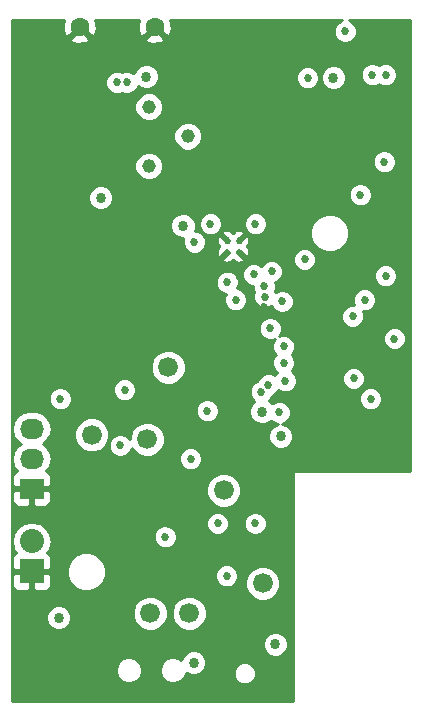
<source format=gbr>
G04 #@! TF.FileFunction,Copper,L2,Inr,Signal*
%FSLAX46Y46*%
G04 Gerber Fmt 4.6, Leading zero omitted, Abs format (unit mm)*
G04 Created by KiCad (PCBNEW 0.201601221447+6507~42~ubuntu15.10.1-product) date Fri 22 Jan 2016 05:48:07 PM EST*
%MOMM*%
G01*
G04 APERTURE LIST*
%ADD10C,0.100000*%
%ADD11R,2.032000X1.727200*%
%ADD12O,2.032000X1.727200*%
%ADD13C,1.680000*%
%ADD14C,1.150000*%
%ADD15C,0.457000*%
%ADD16R,2.032000X2.032000*%
%ADD17O,2.032000X2.032000*%
%ADD18C,1.600000*%
%ADD19C,0.863600*%
%ADD20C,0.685800*%
%ADD21C,0.254000*%
G04 APERTURE END LIST*
D10*
D11*
X126746000Y-129921000D03*
D12*
X126746000Y-127381000D03*
X126746000Y-124841000D03*
D13*
X146304000Y-137922000D03*
X131826000Y-125349000D03*
X138303000Y-119634000D03*
X136525000Y-125730000D03*
X136779000Y-140462000D03*
X140081000Y-140462000D03*
X143002000Y-130048000D03*
D14*
X139953000Y-100076000D03*
X136653000Y-102576000D03*
X136653000Y-97576000D03*
D15*
X144283400Y-109892800D03*
X143283400Y-109892800D03*
X144283400Y-108892800D03*
X143283400Y-108892800D03*
D16*
X126746000Y-136906000D03*
D17*
X126746000Y-134366000D03*
D18*
X137160000Y-90797000D03*
X130810000Y-90797000D03*
D19*
X139567000Y-107639200D03*
X136448800Y-95021400D03*
D20*
X148209000Y-120777000D03*
X139319000Y-147447000D03*
X136906000Y-147320000D03*
X146939000Y-147701000D03*
X143637000Y-147701000D03*
X147574000Y-145542000D03*
X129159000Y-111887000D03*
X130810000Y-113919000D03*
X135636000Y-112395000D03*
X129921000Y-125984000D03*
X130429000Y-128143000D03*
X136398000Y-128143000D03*
X143383000Y-119888000D03*
X131064000Y-133604000D03*
X133477000Y-135255000D03*
X146431000Y-114554000D03*
X137160000Y-123698000D03*
X140208000Y-125857000D03*
X144780000Y-126619000D03*
X135763000Y-132842000D03*
X129235200Y-142214600D03*
X142011400Y-102768400D03*
X143967200Y-102717600D03*
D19*
X153898600Y-126822200D03*
X141605000Y-147574000D03*
X128828800Y-100939600D03*
X144678400Y-141884400D03*
X132537200Y-147497800D03*
D20*
X137033000Y-104267000D03*
X141351000Y-136906000D03*
D19*
X155016200Y-91287600D03*
X132588000Y-105283000D03*
X147828000Y-125476000D03*
D20*
X129159000Y-122301000D03*
X134239000Y-126238000D03*
X141605000Y-123317000D03*
X145542000Y-111760000D03*
X140208000Y-127381000D03*
X157454600Y-117195600D03*
D19*
X140462000Y-144653000D03*
X147370800Y-143078200D03*
X152298400Y-95123000D03*
X146253200Y-123393200D03*
X129032000Y-140843000D03*
D20*
X138049000Y-133985000D03*
X145669000Y-132842000D03*
X142494000Y-132842000D03*
X143256000Y-137287000D03*
X134797800Y-95504000D03*
X146786335Y-121101162D03*
X133934200Y-95504000D03*
X146175679Y-121711818D03*
X145694400Y-107492800D03*
X150114000Y-95123000D03*
X143304518Y-112422682D03*
X153289000Y-91186000D03*
X144018000Y-113919000D03*
X155575000Y-94869000D03*
X156591000Y-102235000D03*
X156718000Y-94869000D03*
X147955000Y-114046000D03*
X154559000Y-105029000D03*
X146474272Y-113643272D03*
X140524520Y-109030673D03*
X141884400Y-107492800D03*
X146456400Y-112776000D03*
X156718000Y-111887000D03*
X134620000Y-121539000D03*
X149860000Y-110490000D03*
X147701000Y-123444000D03*
X147066000Y-111506000D03*
X155448000Y-122301000D03*
X148082000Y-119253000D03*
X154003081Y-120570919D03*
X146939000Y-116332000D03*
X153924000Y-115316000D03*
X154940000Y-113919000D03*
X148082000Y-117856000D03*
D21*
G36*
X129363035Y-90580223D02*
X129390222Y-91150454D01*
X129556136Y-91551005D01*
X129802255Y-91625139D01*
X130630395Y-90797000D01*
X130616252Y-90782858D01*
X130795858Y-90603253D01*
X130810000Y-90617395D01*
X130824143Y-90603253D01*
X131003748Y-90782858D01*
X130989605Y-90797000D01*
X131817745Y-91625139D01*
X132063864Y-91551005D01*
X132256965Y-91013777D01*
X132229778Y-90443546D01*
X132147537Y-90245000D01*
X135833527Y-90245000D01*
X135713035Y-90580223D01*
X135740222Y-91150454D01*
X135906136Y-91551005D01*
X136152255Y-91625139D01*
X136980395Y-90797000D01*
X136966252Y-90782858D01*
X137145858Y-90603253D01*
X137160000Y-90617395D01*
X137174143Y-90603253D01*
X137353748Y-90782858D01*
X137339605Y-90797000D01*
X138167745Y-91625139D01*
X138413864Y-91551005D01*
X138606965Y-91013777D01*
X138579778Y-90443546D01*
X138497537Y-90245000D01*
X153005623Y-90245000D01*
X152735788Y-90356493D01*
X152460460Y-90631341D01*
X152311270Y-90990630D01*
X152310931Y-91379663D01*
X152459493Y-91739212D01*
X152734341Y-92014540D01*
X153093630Y-92163730D01*
X153482663Y-92164069D01*
X153842212Y-92015507D01*
X154117540Y-91740659D01*
X154266730Y-91381370D01*
X154267069Y-90992337D01*
X154118507Y-90632788D01*
X153843659Y-90357460D01*
X153572826Y-90245000D01*
X158802000Y-90245000D01*
X158802000Y-128397000D01*
X148971000Y-128397000D01*
X148922399Y-128406667D01*
X148881197Y-128434197D01*
X148853667Y-128475399D01*
X148844000Y-128524000D01*
X148844000Y-147880000D01*
X125043000Y-147880000D01*
X125043000Y-145503824D01*
X133865808Y-145503824D01*
X134034439Y-145911943D01*
X134346415Y-146224463D01*
X134754239Y-146393807D01*
X135195824Y-146394192D01*
X135603943Y-146225561D01*
X135916463Y-145913585D01*
X136084950Y-145507824D01*
X137573808Y-145507824D01*
X137742439Y-145915943D01*
X138054415Y-146228463D01*
X138462239Y-146397807D01*
X138903824Y-146398192D01*
X139311943Y-146229561D01*
X139624463Y-145917585D01*
X139703120Y-145728157D01*
X143839837Y-145728157D01*
X143982642Y-146073772D01*
X144246837Y-146338429D01*
X144592202Y-146481837D01*
X144966157Y-146482163D01*
X145311772Y-146339358D01*
X145576429Y-146075163D01*
X145719837Y-145729798D01*
X145720163Y-145355843D01*
X145577358Y-145010228D01*
X145313163Y-144745571D01*
X144967798Y-144602163D01*
X144593843Y-144601837D01*
X144248228Y-144744642D01*
X143983571Y-145008837D01*
X143840163Y-145354202D01*
X143839837Y-145728157D01*
X139703120Y-145728157D01*
X139793807Y-145509761D01*
X139793821Y-145493656D01*
X139856917Y-145556862D01*
X140248869Y-145719615D01*
X140673269Y-145719985D01*
X141065504Y-145557916D01*
X141365862Y-145258083D01*
X141528615Y-144866131D01*
X141528985Y-144441731D01*
X141366916Y-144049496D01*
X141067083Y-143749138D01*
X140675131Y-143586385D01*
X140250731Y-143586015D01*
X139858496Y-143748084D01*
X139558138Y-144047917D01*
X139398432Y-144432532D01*
X139313585Y-144347537D01*
X138905761Y-144178193D01*
X138464176Y-144177808D01*
X138056057Y-144346439D01*
X137743537Y-144658415D01*
X137574193Y-145066239D01*
X137573808Y-145507824D01*
X136084950Y-145507824D01*
X136085807Y-145505761D01*
X136086192Y-145064176D01*
X135917561Y-144656057D01*
X135605585Y-144343537D01*
X135197761Y-144174193D01*
X134756176Y-144173808D01*
X134348057Y-144342439D01*
X134035537Y-144654415D01*
X133866193Y-145062239D01*
X133865808Y-145503824D01*
X125043000Y-145503824D01*
X125043000Y-143289469D01*
X146303815Y-143289469D01*
X146465884Y-143681704D01*
X146765717Y-143982062D01*
X147157669Y-144144815D01*
X147582069Y-144145185D01*
X147974304Y-143983116D01*
X148274662Y-143683283D01*
X148437415Y-143291331D01*
X148437785Y-142866931D01*
X148275716Y-142474696D01*
X147975883Y-142174338D01*
X147583931Y-142011585D01*
X147159531Y-142011215D01*
X146767296Y-142173284D01*
X146466938Y-142473117D01*
X146304185Y-142865069D01*
X146303815Y-143289469D01*
X125043000Y-143289469D01*
X125043000Y-141054269D01*
X127965015Y-141054269D01*
X128127084Y-141446504D01*
X128426917Y-141746862D01*
X128818869Y-141909615D01*
X129243269Y-141909985D01*
X129635504Y-141747916D01*
X129935862Y-141448083D01*
X130098615Y-141056131D01*
X130098878Y-140754108D01*
X135303744Y-140754108D01*
X135527827Y-141296429D01*
X135942389Y-141711715D01*
X136484317Y-141936743D01*
X137071108Y-141937256D01*
X137613429Y-141713173D01*
X138028715Y-141298611D01*
X138253743Y-140756683D01*
X138253745Y-140754108D01*
X138605744Y-140754108D01*
X138829827Y-141296429D01*
X139244389Y-141711715D01*
X139786317Y-141936743D01*
X140373108Y-141937256D01*
X140915429Y-141713173D01*
X141330715Y-141298611D01*
X141555743Y-140756683D01*
X141556256Y-140169892D01*
X141332173Y-139627571D01*
X140917611Y-139212285D01*
X140375683Y-138987257D01*
X139788892Y-138986744D01*
X139246571Y-139210827D01*
X138831285Y-139625389D01*
X138606257Y-140167317D01*
X138605744Y-140754108D01*
X138253745Y-140754108D01*
X138254256Y-140169892D01*
X138030173Y-139627571D01*
X137615611Y-139212285D01*
X137073683Y-138987257D01*
X136486892Y-138986744D01*
X135944571Y-139210827D01*
X135529285Y-139625389D01*
X135304257Y-140167317D01*
X135303744Y-140754108D01*
X130098878Y-140754108D01*
X130098985Y-140631731D01*
X129936916Y-140239496D01*
X129637083Y-139939138D01*
X129245131Y-139776385D01*
X128820731Y-139776015D01*
X128428496Y-139938084D01*
X128128138Y-140237917D01*
X127965385Y-140629869D01*
X127965015Y-141054269D01*
X125043000Y-141054269D01*
X125043000Y-137191750D01*
X125095000Y-137191750D01*
X125095000Y-138048310D01*
X125191673Y-138281699D01*
X125370302Y-138460327D01*
X125603691Y-138557000D01*
X126460250Y-138557000D01*
X126619000Y-138398250D01*
X126619000Y-137033000D01*
X126873000Y-137033000D01*
X126873000Y-138398250D01*
X127031750Y-138557000D01*
X127888309Y-138557000D01*
X128121698Y-138460327D01*
X128300327Y-138281699D01*
X128397000Y-138048310D01*
X128397000Y-137266795D01*
X129740716Y-137266795D01*
X129989106Y-137867943D01*
X130448637Y-138328278D01*
X131049352Y-138577716D01*
X131699795Y-138578284D01*
X132300943Y-138329894D01*
X132761278Y-137870363D01*
X132923095Y-137480663D01*
X142277931Y-137480663D01*
X142426493Y-137840212D01*
X142701341Y-138115540D01*
X143060630Y-138264730D01*
X143449663Y-138265069D01*
X143572998Y-138214108D01*
X144828744Y-138214108D01*
X145052827Y-138756429D01*
X145467389Y-139171715D01*
X146009317Y-139396743D01*
X146596108Y-139397256D01*
X147138429Y-139173173D01*
X147553715Y-138758611D01*
X147778743Y-138216683D01*
X147779256Y-137629892D01*
X147555173Y-137087571D01*
X147140611Y-136672285D01*
X146598683Y-136447257D01*
X146011892Y-136446744D01*
X145469571Y-136670827D01*
X145054285Y-137085389D01*
X144829257Y-137627317D01*
X144828744Y-138214108D01*
X143572998Y-138214108D01*
X143809212Y-138116507D01*
X144084540Y-137841659D01*
X144233730Y-137482370D01*
X144234069Y-137093337D01*
X144085507Y-136733788D01*
X143810659Y-136458460D01*
X143451370Y-136309270D01*
X143062337Y-136308931D01*
X142702788Y-136457493D01*
X142427460Y-136732341D01*
X142278270Y-137091630D01*
X142277931Y-137480663D01*
X132923095Y-137480663D01*
X133010716Y-137269648D01*
X133011284Y-136619205D01*
X132762894Y-136018057D01*
X132303363Y-135557722D01*
X131702648Y-135308284D01*
X131052205Y-135307716D01*
X130451057Y-135556106D01*
X129990722Y-136015637D01*
X129741284Y-136616352D01*
X129740716Y-137266795D01*
X128397000Y-137266795D01*
X128397000Y-137191750D01*
X128238250Y-137033000D01*
X126873000Y-137033000D01*
X126619000Y-137033000D01*
X125253750Y-137033000D01*
X125095000Y-137191750D01*
X125043000Y-137191750D01*
X125043000Y-134366000D01*
X125062655Y-134366000D01*
X125188330Y-134997810D01*
X125412966Y-135334001D01*
X125370302Y-135351673D01*
X125191673Y-135530301D01*
X125095000Y-135763690D01*
X125095000Y-136620250D01*
X125253750Y-136779000D01*
X126619000Y-136779000D01*
X126619000Y-136759000D01*
X126873000Y-136759000D01*
X126873000Y-136779000D01*
X128238250Y-136779000D01*
X128397000Y-136620250D01*
X128397000Y-135763690D01*
X128300327Y-135530301D01*
X128121698Y-135351673D01*
X128079034Y-135334001D01*
X128303670Y-134997810D01*
X128429345Y-134366000D01*
X128392082Y-134178663D01*
X137070931Y-134178663D01*
X137219493Y-134538212D01*
X137494341Y-134813540D01*
X137853630Y-134962730D01*
X138242663Y-134963069D01*
X138602212Y-134814507D01*
X138877540Y-134539659D01*
X139026730Y-134180370D01*
X139027069Y-133791337D01*
X138878507Y-133431788D01*
X138603659Y-133156460D01*
X138312748Y-133035663D01*
X141515931Y-133035663D01*
X141664493Y-133395212D01*
X141939341Y-133670540D01*
X142298630Y-133819730D01*
X142687663Y-133820069D01*
X143047212Y-133671507D01*
X143322540Y-133396659D01*
X143471730Y-133037370D01*
X143471731Y-133035663D01*
X144690931Y-133035663D01*
X144839493Y-133395212D01*
X145114341Y-133670540D01*
X145473630Y-133819730D01*
X145862663Y-133820069D01*
X146222212Y-133671507D01*
X146497540Y-133396659D01*
X146646730Y-133037370D01*
X146647069Y-132648337D01*
X146498507Y-132288788D01*
X146223659Y-132013460D01*
X145864370Y-131864270D01*
X145475337Y-131863931D01*
X145115788Y-132012493D01*
X144840460Y-132287341D01*
X144691270Y-132646630D01*
X144690931Y-133035663D01*
X143471731Y-133035663D01*
X143472069Y-132648337D01*
X143323507Y-132288788D01*
X143048659Y-132013460D01*
X142689370Y-131864270D01*
X142300337Y-131863931D01*
X141940788Y-132012493D01*
X141665460Y-132287341D01*
X141516270Y-132646630D01*
X141515931Y-133035663D01*
X138312748Y-133035663D01*
X138244370Y-133007270D01*
X137855337Y-133006931D01*
X137495788Y-133155493D01*
X137220460Y-133430341D01*
X137071270Y-133789630D01*
X137070931Y-134178663D01*
X128392082Y-134178663D01*
X128303670Y-133734190D01*
X127945778Y-133198567D01*
X127410155Y-132840675D01*
X126778345Y-132715000D01*
X126713655Y-132715000D01*
X126081845Y-132840675D01*
X125546222Y-133198567D01*
X125188330Y-133734190D01*
X125062655Y-134366000D01*
X125043000Y-134366000D01*
X125043000Y-130206750D01*
X125095000Y-130206750D01*
X125095000Y-130910910D01*
X125191673Y-131144299D01*
X125370302Y-131322927D01*
X125603691Y-131419600D01*
X126460250Y-131419600D01*
X126619000Y-131260850D01*
X126619000Y-130048000D01*
X126873000Y-130048000D01*
X126873000Y-131260850D01*
X127031750Y-131419600D01*
X127888309Y-131419600D01*
X128121698Y-131322927D01*
X128300327Y-131144299D01*
X128397000Y-130910910D01*
X128397000Y-130340108D01*
X141526744Y-130340108D01*
X141750827Y-130882429D01*
X142165389Y-131297715D01*
X142707317Y-131522743D01*
X143294108Y-131523256D01*
X143836429Y-131299173D01*
X144251715Y-130884611D01*
X144476743Y-130342683D01*
X144477256Y-129755892D01*
X144253173Y-129213571D01*
X143838611Y-128798285D01*
X143296683Y-128573257D01*
X142709892Y-128572744D01*
X142167571Y-128796827D01*
X141752285Y-129211389D01*
X141527257Y-129753317D01*
X141526744Y-130340108D01*
X128397000Y-130340108D01*
X128397000Y-130206750D01*
X128238250Y-130048000D01*
X126873000Y-130048000D01*
X126619000Y-130048000D01*
X125253750Y-130048000D01*
X125095000Y-130206750D01*
X125043000Y-130206750D01*
X125043000Y-124841000D01*
X125062655Y-124841000D01*
X125176729Y-125414489D01*
X125501585Y-125900670D01*
X125816366Y-126111000D01*
X125501585Y-126321330D01*
X125176729Y-126807511D01*
X125062655Y-127381000D01*
X125176729Y-127954489D01*
X125501585Y-128440670D01*
X125523780Y-128455500D01*
X125370302Y-128519073D01*
X125191673Y-128697701D01*
X125095000Y-128931090D01*
X125095000Y-129635250D01*
X125253750Y-129794000D01*
X126619000Y-129794000D01*
X126619000Y-129774000D01*
X126873000Y-129774000D01*
X126873000Y-129794000D01*
X128238250Y-129794000D01*
X128397000Y-129635250D01*
X128397000Y-128931090D01*
X128300327Y-128697701D01*
X128121698Y-128519073D01*
X127968220Y-128455500D01*
X127990415Y-128440670D01*
X128315271Y-127954489D01*
X128390823Y-127574663D01*
X139229931Y-127574663D01*
X139378493Y-127934212D01*
X139653341Y-128209540D01*
X140012630Y-128358730D01*
X140401663Y-128359069D01*
X140761212Y-128210507D01*
X141036540Y-127935659D01*
X141185730Y-127576370D01*
X141186069Y-127187337D01*
X141037507Y-126827788D01*
X140762659Y-126552460D01*
X140403370Y-126403270D01*
X140014337Y-126402931D01*
X139654788Y-126551493D01*
X139379460Y-126826341D01*
X139230270Y-127185630D01*
X139229931Y-127574663D01*
X128390823Y-127574663D01*
X128429345Y-127381000D01*
X128315271Y-126807511D01*
X127990415Y-126321330D01*
X127675634Y-126111000D01*
X127990415Y-125900670D01*
X128163848Y-125641108D01*
X130350744Y-125641108D01*
X130574827Y-126183429D01*
X130989389Y-126598715D01*
X131531317Y-126823743D01*
X132118108Y-126824256D01*
X132660429Y-126600173D01*
X132829233Y-126431663D01*
X133260931Y-126431663D01*
X133409493Y-126791212D01*
X133684341Y-127066540D01*
X134043630Y-127215730D01*
X134432663Y-127216069D01*
X134792212Y-127067507D01*
X135067540Y-126792659D01*
X135216730Y-126433370D01*
X135216736Y-126426259D01*
X135273827Y-126564429D01*
X135688389Y-126979715D01*
X136230317Y-127204743D01*
X136817108Y-127205256D01*
X137359429Y-126981173D01*
X137774715Y-126566611D01*
X137999743Y-126024683D01*
X138000256Y-125437892D01*
X137776173Y-124895571D01*
X137361611Y-124480285D01*
X136819683Y-124255257D01*
X136232892Y-124254744D01*
X135690571Y-124478827D01*
X135275285Y-124893389D01*
X135050257Y-125435317D01*
X135050055Y-125666304D01*
X134793659Y-125409460D01*
X134434370Y-125260270D01*
X134045337Y-125259931D01*
X133685788Y-125408493D01*
X133410460Y-125683341D01*
X133261270Y-126042630D01*
X133260931Y-126431663D01*
X132829233Y-126431663D01*
X133075715Y-126185611D01*
X133300743Y-125643683D01*
X133301256Y-125056892D01*
X133077173Y-124514571D01*
X132662611Y-124099285D01*
X132120683Y-123874257D01*
X131533892Y-123873744D01*
X130991571Y-124097827D01*
X130576285Y-124512389D01*
X130351257Y-125054317D01*
X130350744Y-125641108D01*
X128163848Y-125641108D01*
X128315271Y-125414489D01*
X128429345Y-124841000D01*
X128315271Y-124267511D01*
X127990415Y-123781330D01*
X127585334Y-123510663D01*
X140626931Y-123510663D01*
X140775493Y-123870212D01*
X141050341Y-124145540D01*
X141409630Y-124294730D01*
X141798663Y-124295069D01*
X142158212Y-124146507D01*
X142433540Y-123871659D01*
X142544487Y-123604469D01*
X145186215Y-123604469D01*
X145348284Y-123996704D01*
X145648117Y-124297062D01*
X146040069Y-124459815D01*
X146464469Y-124460185D01*
X146856704Y-124298116D01*
X147014564Y-124140532D01*
X147146341Y-124272540D01*
X147505630Y-124421730D01*
X147585789Y-124421800D01*
X147224496Y-124571084D01*
X146924138Y-124870917D01*
X146761385Y-125262869D01*
X146761015Y-125687269D01*
X146923084Y-126079504D01*
X147222917Y-126379862D01*
X147614869Y-126542615D01*
X148039269Y-126542985D01*
X148431504Y-126380916D01*
X148731862Y-126081083D01*
X148894615Y-125689131D01*
X148894985Y-125264731D01*
X148732916Y-124872496D01*
X148433083Y-124572138D01*
X148041131Y-124409385D01*
X147925605Y-124409284D01*
X148254212Y-124273507D01*
X148529540Y-123998659D01*
X148678730Y-123639370D01*
X148679069Y-123250337D01*
X148530507Y-122890788D01*
X148255659Y-122615460D01*
X147964748Y-122494663D01*
X154469931Y-122494663D01*
X154618493Y-122854212D01*
X154893341Y-123129540D01*
X155252630Y-123278730D01*
X155641663Y-123279069D01*
X156001212Y-123130507D01*
X156276540Y-122855659D01*
X156425730Y-122496370D01*
X156426069Y-122107337D01*
X156277507Y-121747788D01*
X156002659Y-121472460D01*
X155643370Y-121323270D01*
X155254337Y-121322931D01*
X154894788Y-121471493D01*
X154619460Y-121746341D01*
X154470270Y-122105630D01*
X154469931Y-122494663D01*
X147964748Y-122494663D01*
X147896370Y-122466270D01*
X147507337Y-122465931D01*
X147147788Y-122614493D01*
X147065360Y-122696777D01*
X146858283Y-122489338D01*
X146803681Y-122466665D01*
X147004219Y-122266477D01*
X147103089Y-122028371D01*
X147339547Y-121930669D01*
X147614875Y-121655821D01*
X147641214Y-121592390D01*
X147654341Y-121605540D01*
X148013630Y-121754730D01*
X148402663Y-121755069D01*
X148762212Y-121606507D01*
X149037540Y-121331659D01*
X149186730Y-120972370D01*
X149186911Y-120764582D01*
X153025012Y-120764582D01*
X153173574Y-121124131D01*
X153448422Y-121399459D01*
X153807711Y-121548649D01*
X154196744Y-121548988D01*
X154556293Y-121400426D01*
X154831621Y-121125578D01*
X154980811Y-120766289D01*
X154981150Y-120377256D01*
X154832588Y-120017707D01*
X154557740Y-119742379D01*
X154198451Y-119593189D01*
X153809418Y-119592850D01*
X153449869Y-119741412D01*
X153174541Y-120016260D01*
X153025351Y-120375549D01*
X153025012Y-120764582D01*
X149186911Y-120764582D01*
X149187069Y-120583337D01*
X149038507Y-120223788D01*
X148766571Y-119951377D01*
X148910540Y-119807659D01*
X149059730Y-119448370D01*
X149060069Y-119059337D01*
X148911507Y-118699788D01*
X148766460Y-118554488D01*
X148910540Y-118410659D01*
X149059730Y-118051370D01*
X149060069Y-117662337D01*
X148947238Y-117389263D01*
X156476531Y-117389263D01*
X156625093Y-117748812D01*
X156899941Y-118024140D01*
X157259230Y-118173330D01*
X157648263Y-118173669D01*
X158007812Y-118025107D01*
X158283140Y-117750259D01*
X158432330Y-117390970D01*
X158432669Y-117001937D01*
X158284107Y-116642388D01*
X158009259Y-116367060D01*
X157649970Y-116217870D01*
X157260937Y-116217531D01*
X156901388Y-116366093D01*
X156626060Y-116640941D01*
X156476870Y-117000230D01*
X156476531Y-117389263D01*
X148947238Y-117389263D01*
X148911507Y-117302788D01*
X148636659Y-117027460D01*
X148277370Y-116878270D01*
X147888337Y-116877931D01*
X147697148Y-116956928D01*
X147767540Y-116886659D01*
X147916730Y-116527370D01*
X147917069Y-116138337D01*
X147768507Y-115778788D01*
X147499852Y-115509663D01*
X152945931Y-115509663D01*
X153094493Y-115869212D01*
X153369341Y-116144540D01*
X153728630Y-116293730D01*
X154117663Y-116294069D01*
X154477212Y-116145507D01*
X154752540Y-115870659D01*
X154901730Y-115511370D01*
X154902069Y-115122337D01*
X154808874Y-114896786D01*
X155133663Y-114897069D01*
X155493212Y-114748507D01*
X155768540Y-114473659D01*
X155917730Y-114114370D01*
X155918069Y-113725337D01*
X155769507Y-113365788D01*
X155494659Y-113090460D01*
X155135370Y-112941270D01*
X154746337Y-112940931D01*
X154386788Y-113089493D01*
X154111460Y-113364341D01*
X153962270Y-113723630D01*
X153961931Y-114112663D01*
X154055126Y-114338214D01*
X153730337Y-114337931D01*
X153370788Y-114486493D01*
X153095460Y-114761341D01*
X152946270Y-115120630D01*
X152945931Y-115509663D01*
X147499852Y-115509663D01*
X147493659Y-115503460D01*
X147134370Y-115354270D01*
X146745337Y-115353931D01*
X146385788Y-115502493D01*
X146110460Y-115777341D01*
X145961270Y-116136630D01*
X145960931Y-116525663D01*
X146109493Y-116885212D01*
X146384341Y-117160540D01*
X146743630Y-117309730D01*
X147132663Y-117310069D01*
X147323852Y-117231072D01*
X147253460Y-117301341D01*
X147104270Y-117660630D01*
X147103931Y-118049663D01*
X147252493Y-118409212D01*
X147397540Y-118554512D01*
X147253460Y-118698341D01*
X147104270Y-119057630D01*
X147103931Y-119446663D01*
X147252493Y-119806212D01*
X147524429Y-120078623D01*
X147380460Y-120222341D01*
X147354121Y-120285772D01*
X147340994Y-120272622D01*
X146981705Y-120123432D01*
X146592672Y-120123093D01*
X146233123Y-120271655D01*
X145957795Y-120546503D01*
X145858925Y-120784609D01*
X145622467Y-120882311D01*
X145347139Y-121157159D01*
X145197949Y-121516448D01*
X145197610Y-121905481D01*
X145346172Y-122265030D01*
X145609296Y-122528613D01*
X145349338Y-122788117D01*
X145186585Y-123180069D01*
X145186215Y-123604469D01*
X142544487Y-123604469D01*
X142582730Y-123512370D01*
X142583069Y-123123337D01*
X142434507Y-122763788D01*
X142159659Y-122488460D01*
X141800370Y-122339270D01*
X141411337Y-122338931D01*
X141051788Y-122487493D01*
X140776460Y-122762341D01*
X140627270Y-123121630D01*
X140626931Y-123510663D01*
X127585334Y-123510663D01*
X127504234Y-123456474D01*
X126930745Y-123342400D01*
X126561255Y-123342400D01*
X125987766Y-123456474D01*
X125501585Y-123781330D01*
X125176729Y-124267511D01*
X125062655Y-124841000D01*
X125043000Y-124841000D01*
X125043000Y-122494663D01*
X128180931Y-122494663D01*
X128329493Y-122854212D01*
X128604341Y-123129540D01*
X128963630Y-123278730D01*
X129352663Y-123279069D01*
X129712212Y-123130507D01*
X129987540Y-122855659D01*
X130136730Y-122496370D01*
X130137069Y-122107337D01*
X129988507Y-121747788D01*
X129973409Y-121732663D01*
X133641931Y-121732663D01*
X133790493Y-122092212D01*
X134065341Y-122367540D01*
X134424630Y-122516730D01*
X134813663Y-122517069D01*
X135173212Y-122368507D01*
X135448540Y-122093659D01*
X135597730Y-121734370D01*
X135598069Y-121345337D01*
X135449507Y-120985788D01*
X135174659Y-120710460D01*
X134815370Y-120561270D01*
X134426337Y-120560931D01*
X134066788Y-120709493D01*
X133791460Y-120984341D01*
X133642270Y-121343630D01*
X133641931Y-121732663D01*
X129973409Y-121732663D01*
X129713659Y-121472460D01*
X129354370Y-121323270D01*
X128965337Y-121322931D01*
X128605788Y-121471493D01*
X128330460Y-121746341D01*
X128181270Y-122105630D01*
X128180931Y-122494663D01*
X125043000Y-122494663D01*
X125043000Y-119926108D01*
X136827744Y-119926108D01*
X137051827Y-120468429D01*
X137466389Y-120883715D01*
X138008317Y-121108743D01*
X138595108Y-121109256D01*
X139137429Y-120885173D01*
X139552715Y-120470611D01*
X139777743Y-119928683D01*
X139778256Y-119341892D01*
X139554173Y-118799571D01*
X139139611Y-118384285D01*
X138597683Y-118159257D01*
X138010892Y-118158744D01*
X137468571Y-118382827D01*
X137053285Y-118797389D01*
X136828257Y-119339317D01*
X136827744Y-119926108D01*
X125043000Y-119926108D01*
X125043000Y-112616345D01*
X142326449Y-112616345D01*
X142475011Y-112975894D01*
X142749859Y-113251222D01*
X143109148Y-113400412D01*
X143174458Y-113400469D01*
X143040270Y-113723630D01*
X143039931Y-114112663D01*
X143188493Y-114472212D01*
X143463341Y-114747540D01*
X143822630Y-114896730D01*
X144211663Y-114897069D01*
X144571212Y-114748507D01*
X144846540Y-114473659D01*
X144995730Y-114114370D01*
X144996069Y-113725337D01*
X144847507Y-113365788D01*
X144572659Y-113090460D01*
X144213370Y-112941270D01*
X144148060Y-112941213D01*
X144282248Y-112618052D01*
X144282587Y-112229019D01*
X144168813Y-111953663D01*
X144563931Y-111953663D01*
X144712493Y-112313212D01*
X144987341Y-112588540D01*
X145346630Y-112737730D01*
X145478533Y-112737845D01*
X145478331Y-112969663D01*
X145586460Y-113231356D01*
X145496542Y-113447902D01*
X145496203Y-113836935D01*
X145644765Y-114196484D01*
X145919613Y-114471812D01*
X146278902Y-114621002D01*
X146667935Y-114621341D01*
X147027484Y-114472779D01*
X147059887Y-114440433D01*
X147125493Y-114599212D01*
X147400341Y-114874540D01*
X147759630Y-115023730D01*
X148148663Y-115024069D01*
X148508212Y-114875507D01*
X148783540Y-114600659D01*
X148932730Y-114241370D01*
X148933069Y-113852337D01*
X148784507Y-113492788D01*
X148509659Y-113217460D01*
X148150370Y-113068270D01*
X147761337Y-113067931D01*
X147401788Y-113216493D01*
X147369385Y-113248839D01*
X147344212Y-113187916D01*
X147434130Y-112971370D01*
X147434469Y-112582337D01*
X147374295Y-112436704D01*
X147619212Y-112335507D01*
X147874501Y-112080663D01*
X155739931Y-112080663D01*
X155888493Y-112440212D01*
X156163341Y-112715540D01*
X156522630Y-112864730D01*
X156911663Y-112865069D01*
X157271212Y-112716507D01*
X157546540Y-112441659D01*
X157695730Y-112082370D01*
X157696069Y-111693337D01*
X157547507Y-111333788D01*
X157272659Y-111058460D01*
X156913370Y-110909270D01*
X156524337Y-110908931D01*
X156164788Y-111057493D01*
X155889460Y-111332341D01*
X155740270Y-111691630D01*
X155739931Y-112080663D01*
X147874501Y-112080663D01*
X147894540Y-112060659D01*
X148043730Y-111701370D01*
X148044069Y-111312337D01*
X147895507Y-110952788D01*
X147626852Y-110683663D01*
X148881931Y-110683663D01*
X149030493Y-111043212D01*
X149305341Y-111318540D01*
X149664630Y-111467730D01*
X150053663Y-111468069D01*
X150413212Y-111319507D01*
X150688540Y-111044659D01*
X150837730Y-110685370D01*
X150838069Y-110296337D01*
X150689507Y-109936788D01*
X150414659Y-109661460D01*
X150055370Y-109512270D01*
X149666337Y-109511931D01*
X149306788Y-109660493D01*
X149031460Y-109935341D01*
X148882270Y-110294630D01*
X148881931Y-110683663D01*
X147626852Y-110683663D01*
X147620659Y-110677460D01*
X147261370Y-110528270D01*
X146872337Y-110527931D01*
X146512788Y-110676493D01*
X146237460Y-110951341D01*
X146201928Y-111036912D01*
X146096659Y-110931460D01*
X145737370Y-110782270D01*
X145348337Y-110781931D01*
X144988788Y-110930493D01*
X144713460Y-111205341D01*
X144564270Y-111564630D01*
X144563931Y-111953663D01*
X144168813Y-111953663D01*
X144134025Y-111869470D01*
X143859177Y-111594142D01*
X143499888Y-111444952D01*
X143110855Y-111444613D01*
X142751306Y-111593175D01*
X142475978Y-111868023D01*
X142326788Y-112227312D01*
X142326449Y-112616345D01*
X125043000Y-112616345D01*
X125043000Y-107850469D01*
X138500015Y-107850469D01*
X138662084Y-108242704D01*
X138961917Y-108543062D01*
X139353869Y-108705815D01*
X139600469Y-108706030D01*
X139546790Y-108835303D01*
X139546451Y-109224336D01*
X139695013Y-109583885D01*
X139969861Y-109859213D01*
X140329150Y-110008403D01*
X140718183Y-110008742D01*
X141077732Y-109860180D01*
X141353060Y-109585332D01*
X141502250Y-109226043D01*
X141502589Y-108837010D01*
X141487339Y-108800101D01*
X142407876Y-108800101D01*
X142439047Y-109142206D01*
X142509996Y-109313491D01*
X142619744Y-109314876D01*
X142572806Y-109361814D01*
X142603792Y-109392800D01*
X142572806Y-109423786D01*
X142619744Y-109470724D01*
X142509996Y-109472109D01*
X142407876Y-109800101D01*
X142439047Y-110142206D01*
X142509996Y-110313491D01*
X142698753Y-110315873D01*
X143121826Y-109892800D01*
X143098668Y-109869642D01*
X143200917Y-109767393D01*
X143352107Y-109753617D01*
X143408807Y-109810317D01*
X143422583Y-109961507D01*
X143306558Y-110077532D01*
X143283400Y-110054374D01*
X142860327Y-110477447D01*
X142862709Y-110666204D01*
X143190701Y-110768324D01*
X143532806Y-110737153D01*
X143704091Y-110666204D01*
X143705476Y-110556456D01*
X143752414Y-110603394D01*
X143783400Y-110572408D01*
X143814386Y-110603394D01*
X143861324Y-110556456D01*
X143862709Y-110666204D01*
X144190701Y-110768324D01*
X144532806Y-110737153D01*
X144704091Y-110666204D01*
X144706473Y-110477447D01*
X144283400Y-110054374D01*
X144260242Y-110077532D01*
X144157993Y-109975283D01*
X144144217Y-109824093D01*
X144200917Y-109767393D01*
X144352107Y-109753617D01*
X144468132Y-109869642D01*
X144444974Y-109892800D01*
X144868047Y-110315873D01*
X145056804Y-110313491D01*
X145158924Y-109985499D01*
X145127753Y-109643394D01*
X145056804Y-109472109D01*
X144947056Y-109470724D01*
X144993994Y-109423786D01*
X144963008Y-109392800D01*
X144993994Y-109361814D01*
X144947056Y-109314876D01*
X145056804Y-109313491D01*
X145158924Y-108985499D01*
X145127753Y-108643394D01*
X145100167Y-108576795D01*
X150340716Y-108576795D01*
X150589106Y-109177943D01*
X151048637Y-109638278D01*
X151649352Y-109887716D01*
X152299795Y-109888284D01*
X152900943Y-109639894D01*
X153361278Y-109180363D01*
X153610716Y-108579648D01*
X153611284Y-107929205D01*
X153362894Y-107328057D01*
X152903363Y-106867722D01*
X152302648Y-106618284D01*
X151652205Y-106617716D01*
X151051057Y-106866106D01*
X150590722Y-107325637D01*
X150341284Y-107926352D01*
X150340716Y-108576795D01*
X145100167Y-108576795D01*
X145056804Y-108472109D01*
X144868047Y-108469727D01*
X144444974Y-108892800D01*
X144468132Y-108915958D01*
X144365883Y-109018207D01*
X144214693Y-109031983D01*
X144157993Y-108975283D01*
X144144217Y-108824093D01*
X144260242Y-108708068D01*
X144283400Y-108731226D01*
X144706473Y-108308153D01*
X144704091Y-108119396D01*
X144376099Y-108017276D01*
X144033994Y-108048447D01*
X143862709Y-108119396D01*
X143861324Y-108229144D01*
X143814386Y-108182206D01*
X143783400Y-108213192D01*
X143752414Y-108182206D01*
X143705476Y-108229144D01*
X143704091Y-108119396D01*
X143376099Y-108017276D01*
X143033994Y-108048447D01*
X142862709Y-108119396D01*
X142860327Y-108308153D01*
X143283400Y-108731226D01*
X143306558Y-108708068D01*
X143408807Y-108810317D01*
X143422583Y-108961507D01*
X143365883Y-109018207D01*
X143214693Y-109031983D01*
X143098668Y-108915958D01*
X143121826Y-108892800D01*
X142698753Y-108469727D01*
X142509996Y-108472109D01*
X142407876Y-108800101D01*
X141487339Y-108800101D01*
X141354027Y-108477461D01*
X141079179Y-108202133D01*
X140719890Y-108052943D01*
X140550375Y-108052795D01*
X140633615Y-107852331D01*
X140633759Y-107686463D01*
X140906331Y-107686463D01*
X141054893Y-108046012D01*
X141329741Y-108321340D01*
X141689030Y-108470530D01*
X142078063Y-108470869D01*
X142437612Y-108322307D01*
X142712940Y-108047459D01*
X142862130Y-107688170D01*
X142862131Y-107686463D01*
X144716331Y-107686463D01*
X144864893Y-108046012D01*
X145139741Y-108321340D01*
X145499030Y-108470530D01*
X145888063Y-108470869D01*
X146247612Y-108322307D01*
X146522940Y-108047459D01*
X146672130Y-107688170D01*
X146672469Y-107299137D01*
X146523907Y-106939588D01*
X146249059Y-106664260D01*
X145889770Y-106515070D01*
X145500737Y-106514731D01*
X145141188Y-106663293D01*
X144865860Y-106938141D01*
X144716670Y-107297430D01*
X144716331Y-107686463D01*
X142862131Y-107686463D01*
X142862469Y-107299137D01*
X142713907Y-106939588D01*
X142439059Y-106664260D01*
X142079770Y-106515070D01*
X141690737Y-106514731D01*
X141331188Y-106663293D01*
X141055860Y-106938141D01*
X140906670Y-107297430D01*
X140906331Y-107686463D01*
X140633759Y-107686463D01*
X140633985Y-107427931D01*
X140471916Y-107035696D01*
X140172083Y-106735338D01*
X139780131Y-106572585D01*
X139355731Y-106572215D01*
X138963496Y-106734284D01*
X138663138Y-107034117D01*
X138500385Y-107426069D01*
X138500015Y-107850469D01*
X125043000Y-107850469D01*
X125043000Y-105494269D01*
X131521015Y-105494269D01*
X131683084Y-105886504D01*
X131982917Y-106186862D01*
X132374869Y-106349615D01*
X132799269Y-106349985D01*
X133191504Y-106187916D01*
X133491862Y-105888083D01*
X133654615Y-105496131D01*
X133654853Y-105222663D01*
X153580931Y-105222663D01*
X153729493Y-105582212D01*
X154004341Y-105857540D01*
X154363630Y-106006730D01*
X154752663Y-106007069D01*
X155112212Y-105858507D01*
X155387540Y-105583659D01*
X155536730Y-105224370D01*
X155537069Y-104835337D01*
X155388507Y-104475788D01*
X155113659Y-104200460D01*
X154754370Y-104051270D01*
X154365337Y-104050931D01*
X154005788Y-104199493D01*
X153730460Y-104474341D01*
X153581270Y-104833630D01*
X153580931Y-105222663D01*
X133654853Y-105222663D01*
X133654985Y-105071731D01*
X133492916Y-104679496D01*
X133193083Y-104379138D01*
X132801131Y-104216385D01*
X132376731Y-104216015D01*
X131984496Y-104378084D01*
X131684138Y-104677917D01*
X131521385Y-105069869D01*
X131521015Y-105494269D01*
X125043000Y-105494269D01*
X125043000Y-102815628D01*
X135442791Y-102815628D01*
X135626614Y-103260514D01*
X135966695Y-103601190D01*
X136411260Y-103785789D01*
X136892628Y-103786209D01*
X137337514Y-103602386D01*
X137678190Y-103262305D01*
X137862789Y-102817740D01*
X137863128Y-102428663D01*
X155612931Y-102428663D01*
X155761493Y-102788212D01*
X156036341Y-103063540D01*
X156395630Y-103212730D01*
X156784663Y-103213069D01*
X157144212Y-103064507D01*
X157419540Y-102789659D01*
X157568730Y-102430370D01*
X157569069Y-102041337D01*
X157420507Y-101681788D01*
X157145659Y-101406460D01*
X156786370Y-101257270D01*
X156397337Y-101256931D01*
X156037788Y-101405493D01*
X155762460Y-101680341D01*
X155613270Y-102039630D01*
X155612931Y-102428663D01*
X137863128Y-102428663D01*
X137863209Y-102336372D01*
X137679386Y-101891486D01*
X137339305Y-101550810D01*
X136894740Y-101366211D01*
X136413372Y-101365791D01*
X135968486Y-101549614D01*
X135627810Y-101889695D01*
X135443211Y-102334260D01*
X135442791Y-102815628D01*
X125043000Y-102815628D01*
X125043000Y-100315628D01*
X138742791Y-100315628D01*
X138926614Y-100760514D01*
X139266695Y-101101190D01*
X139711260Y-101285789D01*
X140192628Y-101286209D01*
X140637514Y-101102386D01*
X140978190Y-100762305D01*
X141162789Y-100317740D01*
X141163209Y-99836372D01*
X140979386Y-99391486D01*
X140639305Y-99050810D01*
X140194740Y-98866211D01*
X139713372Y-98865791D01*
X139268486Y-99049614D01*
X138927810Y-99389695D01*
X138743211Y-99834260D01*
X138742791Y-100315628D01*
X125043000Y-100315628D01*
X125043000Y-97815628D01*
X135442791Y-97815628D01*
X135626614Y-98260514D01*
X135966695Y-98601190D01*
X136411260Y-98785789D01*
X136892628Y-98786209D01*
X137337514Y-98602386D01*
X137678190Y-98262305D01*
X137862789Y-97817740D01*
X137863209Y-97336372D01*
X137679386Y-96891486D01*
X137339305Y-96550810D01*
X136894740Y-96366211D01*
X136413372Y-96365791D01*
X135968486Y-96549614D01*
X135627810Y-96889695D01*
X135443211Y-97334260D01*
X135442791Y-97815628D01*
X125043000Y-97815628D01*
X125043000Y-95697663D01*
X132956131Y-95697663D01*
X133104693Y-96057212D01*
X133379541Y-96332540D01*
X133738830Y-96481730D01*
X134127863Y-96482069D01*
X134366142Y-96383615D01*
X134602430Y-96481730D01*
X134991463Y-96482069D01*
X135351012Y-96333507D01*
X135626340Y-96058659D01*
X135729317Y-95810662D01*
X135843717Y-95925262D01*
X136235669Y-96088015D01*
X136660069Y-96088385D01*
X137052304Y-95926316D01*
X137352662Y-95626483D01*
X137481310Y-95316663D01*
X149135931Y-95316663D01*
X149284493Y-95676212D01*
X149559341Y-95951540D01*
X149918630Y-96100730D01*
X150307663Y-96101069D01*
X150667212Y-95952507D01*
X150942540Y-95677659D01*
X151085128Y-95334269D01*
X151231415Y-95334269D01*
X151393484Y-95726504D01*
X151693317Y-96026862D01*
X152085269Y-96189615D01*
X152509669Y-96189985D01*
X152901904Y-96027916D01*
X153202262Y-95728083D01*
X153365015Y-95336131D01*
X153365253Y-95062663D01*
X154596931Y-95062663D01*
X154745493Y-95422212D01*
X155020341Y-95697540D01*
X155379630Y-95846730D01*
X155768663Y-95847069D01*
X156128212Y-95698507D01*
X156146291Y-95680460D01*
X156163341Y-95697540D01*
X156522630Y-95846730D01*
X156911663Y-95847069D01*
X157271212Y-95698507D01*
X157546540Y-95423659D01*
X157695730Y-95064370D01*
X157696069Y-94675337D01*
X157547507Y-94315788D01*
X157272659Y-94040460D01*
X156913370Y-93891270D01*
X156524337Y-93890931D01*
X156164788Y-94039493D01*
X156146709Y-94057540D01*
X156129659Y-94040460D01*
X155770370Y-93891270D01*
X155381337Y-93890931D01*
X155021788Y-94039493D01*
X154746460Y-94314341D01*
X154597270Y-94673630D01*
X154596931Y-95062663D01*
X153365253Y-95062663D01*
X153365385Y-94911731D01*
X153203316Y-94519496D01*
X152903483Y-94219138D01*
X152511531Y-94056385D01*
X152087131Y-94056015D01*
X151694896Y-94218084D01*
X151394538Y-94517917D01*
X151231785Y-94909869D01*
X151231415Y-95334269D01*
X151085128Y-95334269D01*
X151091730Y-95318370D01*
X151092069Y-94929337D01*
X150943507Y-94569788D01*
X150668659Y-94294460D01*
X150309370Y-94145270D01*
X149920337Y-94144931D01*
X149560788Y-94293493D01*
X149285460Y-94568341D01*
X149136270Y-94927630D01*
X149135931Y-95316663D01*
X137481310Y-95316663D01*
X137515415Y-95234531D01*
X137515785Y-94810131D01*
X137353716Y-94417896D01*
X137053883Y-94117538D01*
X136661931Y-93954785D01*
X136237531Y-93954415D01*
X135845296Y-94116484D01*
X135544938Y-94416317D01*
X135412399Y-94735505D01*
X135352459Y-94675460D01*
X134993170Y-94526270D01*
X134604137Y-94525931D01*
X134365858Y-94624385D01*
X134129570Y-94526270D01*
X133740537Y-94525931D01*
X133380988Y-94674493D01*
X133105660Y-94949341D01*
X132956470Y-95308630D01*
X132956131Y-95697663D01*
X125043000Y-95697663D01*
X125043000Y-91804745D01*
X129981861Y-91804745D01*
X130055995Y-92050864D01*
X130593223Y-92243965D01*
X131163454Y-92216778D01*
X131564005Y-92050864D01*
X131638139Y-91804745D01*
X136331861Y-91804745D01*
X136405995Y-92050864D01*
X136943223Y-92243965D01*
X137513454Y-92216778D01*
X137914005Y-92050864D01*
X137988139Y-91804745D01*
X137160000Y-90976605D01*
X136331861Y-91804745D01*
X131638139Y-91804745D01*
X130810000Y-90976605D01*
X129981861Y-91804745D01*
X125043000Y-91804745D01*
X125043000Y-90245000D01*
X129483527Y-90245000D01*
X129363035Y-90580223D01*
X129363035Y-90580223D01*
G37*
X129363035Y-90580223D02*
X129390222Y-91150454D01*
X129556136Y-91551005D01*
X129802255Y-91625139D01*
X130630395Y-90797000D01*
X130616252Y-90782858D01*
X130795858Y-90603253D01*
X130810000Y-90617395D01*
X130824143Y-90603253D01*
X131003748Y-90782858D01*
X130989605Y-90797000D01*
X131817745Y-91625139D01*
X132063864Y-91551005D01*
X132256965Y-91013777D01*
X132229778Y-90443546D01*
X132147537Y-90245000D01*
X135833527Y-90245000D01*
X135713035Y-90580223D01*
X135740222Y-91150454D01*
X135906136Y-91551005D01*
X136152255Y-91625139D01*
X136980395Y-90797000D01*
X136966252Y-90782858D01*
X137145858Y-90603253D01*
X137160000Y-90617395D01*
X137174143Y-90603253D01*
X137353748Y-90782858D01*
X137339605Y-90797000D01*
X138167745Y-91625139D01*
X138413864Y-91551005D01*
X138606965Y-91013777D01*
X138579778Y-90443546D01*
X138497537Y-90245000D01*
X153005623Y-90245000D01*
X152735788Y-90356493D01*
X152460460Y-90631341D01*
X152311270Y-90990630D01*
X152310931Y-91379663D01*
X152459493Y-91739212D01*
X152734341Y-92014540D01*
X153093630Y-92163730D01*
X153482663Y-92164069D01*
X153842212Y-92015507D01*
X154117540Y-91740659D01*
X154266730Y-91381370D01*
X154267069Y-90992337D01*
X154118507Y-90632788D01*
X153843659Y-90357460D01*
X153572826Y-90245000D01*
X158802000Y-90245000D01*
X158802000Y-128397000D01*
X148971000Y-128397000D01*
X148922399Y-128406667D01*
X148881197Y-128434197D01*
X148853667Y-128475399D01*
X148844000Y-128524000D01*
X148844000Y-147880000D01*
X125043000Y-147880000D01*
X125043000Y-145503824D01*
X133865808Y-145503824D01*
X134034439Y-145911943D01*
X134346415Y-146224463D01*
X134754239Y-146393807D01*
X135195824Y-146394192D01*
X135603943Y-146225561D01*
X135916463Y-145913585D01*
X136084950Y-145507824D01*
X137573808Y-145507824D01*
X137742439Y-145915943D01*
X138054415Y-146228463D01*
X138462239Y-146397807D01*
X138903824Y-146398192D01*
X139311943Y-146229561D01*
X139624463Y-145917585D01*
X139703120Y-145728157D01*
X143839837Y-145728157D01*
X143982642Y-146073772D01*
X144246837Y-146338429D01*
X144592202Y-146481837D01*
X144966157Y-146482163D01*
X145311772Y-146339358D01*
X145576429Y-146075163D01*
X145719837Y-145729798D01*
X145720163Y-145355843D01*
X145577358Y-145010228D01*
X145313163Y-144745571D01*
X144967798Y-144602163D01*
X144593843Y-144601837D01*
X144248228Y-144744642D01*
X143983571Y-145008837D01*
X143840163Y-145354202D01*
X143839837Y-145728157D01*
X139703120Y-145728157D01*
X139793807Y-145509761D01*
X139793821Y-145493656D01*
X139856917Y-145556862D01*
X140248869Y-145719615D01*
X140673269Y-145719985D01*
X141065504Y-145557916D01*
X141365862Y-145258083D01*
X141528615Y-144866131D01*
X141528985Y-144441731D01*
X141366916Y-144049496D01*
X141067083Y-143749138D01*
X140675131Y-143586385D01*
X140250731Y-143586015D01*
X139858496Y-143748084D01*
X139558138Y-144047917D01*
X139398432Y-144432532D01*
X139313585Y-144347537D01*
X138905761Y-144178193D01*
X138464176Y-144177808D01*
X138056057Y-144346439D01*
X137743537Y-144658415D01*
X137574193Y-145066239D01*
X137573808Y-145507824D01*
X136084950Y-145507824D01*
X136085807Y-145505761D01*
X136086192Y-145064176D01*
X135917561Y-144656057D01*
X135605585Y-144343537D01*
X135197761Y-144174193D01*
X134756176Y-144173808D01*
X134348057Y-144342439D01*
X134035537Y-144654415D01*
X133866193Y-145062239D01*
X133865808Y-145503824D01*
X125043000Y-145503824D01*
X125043000Y-143289469D01*
X146303815Y-143289469D01*
X146465884Y-143681704D01*
X146765717Y-143982062D01*
X147157669Y-144144815D01*
X147582069Y-144145185D01*
X147974304Y-143983116D01*
X148274662Y-143683283D01*
X148437415Y-143291331D01*
X148437785Y-142866931D01*
X148275716Y-142474696D01*
X147975883Y-142174338D01*
X147583931Y-142011585D01*
X147159531Y-142011215D01*
X146767296Y-142173284D01*
X146466938Y-142473117D01*
X146304185Y-142865069D01*
X146303815Y-143289469D01*
X125043000Y-143289469D01*
X125043000Y-141054269D01*
X127965015Y-141054269D01*
X128127084Y-141446504D01*
X128426917Y-141746862D01*
X128818869Y-141909615D01*
X129243269Y-141909985D01*
X129635504Y-141747916D01*
X129935862Y-141448083D01*
X130098615Y-141056131D01*
X130098878Y-140754108D01*
X135303744Y-140754108D01*
X135527827Y-141296429D01*
X135942389Y-141711715D01*
X136484317Y-141936743D01*
X137071108Y-141937256D01*
X137613429Y-141713173D01*
X138028715Y-141298611D01*
X138253743Y-140756683D01*
X138253745Y-140754108D01*
X138605744Y-140754108D01*
X138829827Y-141296429D01*
X139244389Y-141711715D01*
X139786317Y-141936743D01*
X140373108Y-141937256D01*
X140915429Y-141713173D01*
X141330715Y-141298611D01*
X141555743Y-140756683D01*
X141556256Y-140169892D01*
X141332173Y-139627571D01*
X140917611Y-139212285D01*
X140375683Y-138987257D01*
X139788892Y-138986744D01*
X139246571Y-139210827D01*
X138831285Y-139625389D01*
X138606257Y-140167317D01*
X138605744Y-140754108D01*
X138253745Y-140754108D01*
X138254256Y-140169892D01*
X138030173Y-139627571D01*
X137615611Y-139212285D01*
X137073683Y-138987257D01*
X136486892Y-138986744D01*
X135944571Y-139210827D01*
X135529285Y-139625389D01*
X135304257Y-140167317D01*
X135303744Y-140754108D01*
X130098878Y-140754108D01*
X130098985Y-140631731D01*
X129936916Y-140239496D01*
X129637083Y-139939138D01*
X129245131Y-139776385D01*
X128820731Y-139776015D01*
X128428496Y-139938084D01*
X128128138Y-140237917D01*
X127965385Y-140629869D01*
X127965015Y-141054269D01*
X125043000Y-141054269D01*
X125043000Y-137191750D01*
X125095000Y-137191750D01*
X125095000Y-138048310D01*
X125191673Y-138281699D01*
X125370302Y-138460327D01*
X125603691Y-138557000D01*
X126460250Y-138557000D01*
X126619000Y-138398250D01*
X126619000Y-137033000D01*
X126873000Y-137033000D01*
X126873000Y-138398250D01*
X127031750Y-138557000D01*
X127888309Y-138557000D01*
X128121698Y-138460327D01*
X128300327Y-138281699D01*
X128397000Y-138048310D01*
X128397000Y-137266795D01*
X129740716Y-137266795D01*
X129989106Y-137867943D01*
X130448637Y-138328278D01*
X131049352Y-138577716D01*
X131699795Y-138578284D01*
X132300943Y-138329894D01*
X132761278Y-137870363D01*
X132923095Y-137480663D01*
X142277931Y-137480663D01*
X142426493Y-137840212D01*
X142701341Y-138115540D01*
X143060630Y-138264730D01*
X143449663Y-138265069D01*
X143572998Y-138214108D01*
X144828744Y-138214108D01*
X145052827Y-138756429D01*
X145467389Y-139171715D01*
X146009317Y-139396743D01*
X146596108Y-139397256D01*
X147138429Y-139173173D01*
X147553715Y-138758611D01*
X147778743Y-138216683D01*
X147779256Y-137629892D01*
X147555173Y-137087571D01*
X147140611Y-136672285D01*
X146598683Y-136447257D01*
X146011892Y-136446744D01*
X145469571Y-136670827D01*
X145054285Y-137085389D01*
X144829257Y-137627317D01*
X144828744Y-138214108D01*
X143572998Y-138214108D01*
X143809212Y-138116507D01*
X144084540Y-137841659D01*
X144233730Y-137482370D01*
X144234069Y-137093337D01*
X144085507Y-136733788D01*
X143810659Y-136458460D01*
X143451370Y-136309270D01*
X143062337Y-136308931D01*
X142702788Y-136457493D01*
X142427460Y-136732341D01*
X142278270Y-137091630D01*
X142277931Y-137480663D01*
X132923095Y-137480663D01*
X133010716Y-137269648D01*
X133011284Y-136619205D01*
X132762894Y-136018057D01*
X132303363Y-135557722D01*
X131702648Y-135308284D01*
X131052205Y-135307716D01*
X130451057Y-135556106D01*
X129990722Y-136015637D01*
X129741284Y-136616352D01*
X129740716Y-137266795D01*
X128397000Y-137266795D01*
X128397000Y-137191750D01*
X128238250Y-137033000D01*
X126873000Y-137033000D01*
X126619000Y-137033000D01*
X125253750Y-137033000D01*
X125095000Y-137191750D01*
X125043000Y-137191750D01*
X125043000Y-134366000D01*
X125062655Y-134366000D01*
X125188330Y-134997810D01*
X125412966Y-135334001D01*
X125370302Y-135351673D01*
X125191673Y-135530301D01*
X125095000Y-135763690D01*
X125095000Y-136620250D01*
X125253750Y-136779000D01*
X126619000Y-136779000D01*
X126619000Y-136759000D01*
X126873000Y-136759000D01*
X126873000Y-136779000D01*
X128238250Y-136779000D01*
X128397000Y-136620250D01*
X128397000Y-135763690D01*
X128300327Y-135530301D01*
X128121698Y-135351673D01*
X128079034Y-135334001D01*
X128303670Y-134997810D01*
X128429345Y-134366000D01*
X128392082Y-134178663D01*
X137070931Y-134178663D01*
X137219493Y-134538212D01*
X137494341Y-134813540D01*
X137853630Y-134962730D01*
X138242663Y-134963069D01*
X138602212Y-134814507D01*
X138877540Y-134539659D01*
X139026730Y-134180370D01*
X139027069Y-133791337D01*
X138878507Y-133431788D01*
X138603659Y-133156460D01*
X138312748Y-133035663D01*
X141515931Y-133035663D01*
X141664493Y-133395212D01*
X141939341Y-133670540D01*
X142298630Y-133819730D01*
X142687663Y-133820069D01*
X143047212Y-133671507D01*
X143322540Y-133396659D01*
X143471730Y-133037370D01*
X143471731Y-133035663D01*
X144690931Y-133035663D01*
X144839493Y-133395212D01*
X145114341Y-133670540D01*
X145473630Y-133819730D01*
X145862663Y-133820069D01*
X146222212Y-133671507D01*
X146497540Y-133396659D01*
X146646730Y-133037370D01*
X146647069Y-132648337D01*
X146498507Y-132288788D01*
X146223659Y-132013460D01*
X145864370Y-131864270D01*
X145475337Y-131863931D01*
X145115788Y-132012493D01*
X144840460Y-132287341D01*
X144691270Y-132646630D01*
X144690931Y-133035663D01*
X143471731Y-133035663D01*
X143472069Y-132648337D01*
X143323507Y-132288788D01*
X143048659Y-132013460D01*
X142689370Y-131864270D01*
X142300337Y-131863931D01*
X141940788Y-132012493D01*
X141665460Y-132287341D01*
X141516270Y-132646630D01*
X141515931Y-133035663D01*
X138312748Y-133035663D01*
X138244370Y-133007270D01*
X137855337Y-133006931D01*
X137495788Y-133155493D01*
X137220460Y-133430341D01*
X137071270Y-133789630D01*
X137070931Y-134178663D01*
X128392082Y-134178663D01*
X128303670Y-133734190D01*
X127945778Y-133198567D01*
X127410155Y-132840675D01*
X126778345Y-132715000D01*
X126713655Y-132715000D01*
X126081845Y-132840675D01*
X125546222Y-133198567D01*
X125188330Y-133734190D01*
X125062655Y-134366000D01*
X125043000Y-134366000D01*
X125043000Y-130206750D01*
X125095000Y-130206750D01*
X125095000Y-130910910D01*
X125191673Y-131144299D01*
X125370302Y-131322927D01*
X125603691Y-131419600D01*
X126460250Y-131419600D01*
X126619000Y-131260850D01*
X126619000Y-130048000D01*
X126873000Y-130048000D01*
X126873000Y-131260850D01*
X127031750Y-131419600D01*
X127888309Y-131419600D01*
X128121698Y-131322927D01*
X128300327Y-131144299D01*
X128397000Y-130910910D01*
X128397000Y-130340108D01*
X141526744Y-130340108D01*
X141750827Y-130882429D01*
X142165389Y-131297715D01*
X142707317Y-131522743D01*
X143294108Y-131523256D01*
X143836429Y-131299173D01*
X144251715Y-130884611D01*
X144476743Y-130342683D01*
X144477256Y-129755892D01*
X144253173Y-129213571D01*
X143838611Y-128798285D01*
X143296683Y-128573257D01*
X142709892Y-128572744D01*
X142167571Y-128796827D01*
X141752285Y-129211389D01*
X141527257Y-129753317D01*
X141526744Y-130340108D01*
X128397000Y-130340108D01*
X128397000Y-130206750D01*
X128238250Y-130048000D01*
X126873000Y-130048000D01*
X126619000Y-130048000D01*
X125253750Y-130048000D01*
X125095000Y-130206750D01*
X125043000Y-130206750D01*
X125043000Y-124841000D01*
X125062655Y-124841000D01*
X125176729Y-125414489D01*
X125501585Y-125900670D01*
X125816366Y-126111000D01*
X125501585Y-126321330D01*
X125176729Y-126807511D01*
X125062655Y-127381000D01*
X125176729Y-127954489D01*
X125501585Y-128440670D01*
X125523780Y-128455500D01*
X125370302Y-128519073D01*
X125191673Y-128697701D01*
X125095000Y-128931090D01*
X125095000Y-129635250D01*
X125253750Y-129794000D01*
X126619000Y-129794000D01*
X126619000Y-129774000D01*
X126873000Y-129774000D01*
X126873000Y-129794000D01*
X128238250Y-129794000D01*
X128397000Y-129635250D01*
X128397000Y-128931090D01*
X128300327Y-128697701D01*
X128121698Y-128519073D01*
X127968220Y-128455500D01*
X127990415Y-128440670D01*
X128315271Y-127954489D01*
X128390823Y-127574663D01*
X139229931Y-127574663D01*
X139378493Y-127934212D01*
X139653341Y-128209540D01*
X140012630Y-128358730D01*
X140401663Y-128359069D01*
X140761212Y-128210507D01*
X141036540Y-127935659D01*
X141185730Y-127576370D01*
X141186069Y-127187337D01*
X141037507Y-126827788D01*
X140762659Y-126552460D01*
X140403370Y-126403270D01*
X140014337Y-126402931D01*
X139654788Y-126551493D01*
X139379460Y-126826341D01*
X139230270Y-127185630D01*
X139229931Y-127574663D01*
X128390823Y-127574663D01*
X128429345Y-127381000D01*
X128315271Y-126807511D01*
X127990415Y-126321330D01*
X127675634Y-126111000D01*
X127990415Y-125900670D01*
X128163848Y-125641108D01*
X130350744Y-125641108D01*
X130574827Y-126183429D01*
X130989389Y-126598715D01*
X131531317Y-126823743D01*
X132118108Y-126824256D01*
X132660429Y-126600173D01*
X132829233Y-126431663D01*
X133260931Y-126431663D01*
X133409493Y-126791212D01*
X133684341Y-127066540D01*
X134043630Y-127215730D01*
X134432663Y-127216069D01*
X134792212Y-127067507D01*
X135067540Y-126792659D01*
X135216730Y-126433370D01*
X135216736Y-126426259D01*
X135273827Y-126564429D01*
X135688389Y-126979715D01*
X136230317Y-127204743D01*
X136817108Y-127205256D01*
X137359429Y-126981173D01*
X137774715Y-126566611D01*
X137999743Y-126024683D01*
X138000256Y-125437892D01*
X137776173Y-124895571D01*
X137361611Y-124480285D01*
X136819683Y-124255257D01*
X136232892Y-124254744D01*
X135690571Y-124478827D01*
X135275285Y-124893389D01*
X135050257Y-125435317D01*
X135050055Y-125666304D01*
X134793659Y-125409460D01*
X134434370Y-125260270D01*
X134045337Y-125259931D01*
X133685788Y-125408493D01*
X133410460Y-125683341D01*
X133261270Y-126042630D01*
X133260931Y-126431663D01*
X132829233Y-126431663D01*
X133075715Y-126185611D01*
X133300743Y-125643683D01*
X133301256Y-125056892D01*
X133077173Y-124514571D01*
X132662611Y-124099285D01*
X132120683Y-123874257D01*
X131533892Y-123873744D01*
X130991571Y-124097827D01*
X130576285Y-124512389D01*
X130351257Y-125054317D01*
X130350744Y-125641108D01*
X128163848Y-125641108D01*
X128315271Y-125414489D01*
X128429345Y-124841000D01*
X128315271Y-124267511D01*
X127990415Y-123781330D01*
X127585334Y-123510663D01*
X140626931Y-123510663D01*
X140775493Y-123870212D01*
X141050341Y-124145540D01*
X141409630Y-124294730D01*
X141798663Y-124295069D01*
X142158212Y-124146507D01*
X142433540Y-123871659D01*
X142544487Y-123604469D01*
X145186215Y-123604469D01*
X145348284Y-123996704D01*
X145648117Y-124297062D01*
X146040069Y-124459815D01*
X146464469Y-124460185D01*
X146856704Y-124298116D01*
X147014564Y-124140532D01*
X147146341Y-124272540D01*
X147505630Y-124421730D01*
X147585789Y-124421800D01*
X147224496Y-124571084D01*
X146924138Y-124870917D01*
X146761385Y-125262869D01*
X146761015Y-125687269D01*
X146923084Y-126079504D01*
X147222917Y-126379862D01*
X147614869Y-126542615D01*
X148039269Y-126542985D01*
X148431504Y-126380916D01*
X148731862Y-126081083D01*
X148894615Y-125689131D01*
X148894985Y-125264731D01*
X148732916Y-124872496D01*
X148433083Y-124572138D01*
X148041131Y-124409385D01*
X147925605Y-124409284D01*
X148254212Y-124273507D01*
X148529540Y-123998659D01*
X148678730Y-123639370D01*
X148679069Y-123250337D01*
X148530507Y-122890788D01*
X148255659Y-122615460D01*
X147964748Y-122494663D01*
X154469931Y-122494663D01*
X154618493Y-122854212D01*
X154893341Y-123129540D01*
X155252630Y-123278730D01*
X155641663Y-123279069D01*
X156001212Y-123130507D01*
X156276540Y-122855659D01*
X156425730Y-122496370D01*
X156426069Y-122107337D01*
X156277507Y-121747788D01*
X156002659Y-121472460D01*
X155643370Y-121323270D01*
X155254337Y-121322931D01*
X154894788Y-121471493D01*
X154619460Y-121746341D01*
X154470270Y-122105630D01*
X154469931Y-122494663D01*
X147964748Y-122494663D01*
X147896370Y-122466270D01*
X147507337Y-122465931D01*
X147147788Y-122614493D01*
X147065360Y-122696777D01*
X146858283Y-122489338D01*
X146803681Y-122466665D01*
X147004219Y-122266477D01*
X147103089Y-122028371D01*
X147339547Y-121930669D01*
X147614875Y-121655821D01*
X147641214Y-121592390D01*
X147654341Y-121605540D01*
X148013630Y-121754730D01*
X148402663Y-121755069D01*
X148762212Y-121606507D01*
X149037540Y-121331659D01*
X149186730Y-120972370D01*
X149186911Y-120764582D01*
X153025012Y-120764582D01*
X153173574Y-121124131D01*
X153448422Y-121399459D01*
X153807711Y-121548649D01*
X154196744Y-121548988D01*
X154556293Y-121400426D01*
X154831621Y-121125578D01*
X154980811Y-120766289D01*
X154981150Y-120377256D01*
X154832588Y-120017707D01*
X154557740Y-119742379D01*
X154198451Y-119593189D01*
X153809418Y-119592850D01*
X153449869Y-119741412D01*
X153174541Y-120016260D01*
X153025351Y-120375549D01*
X153025012Y-120764582D01*
X149186911Y-120764582D01*
X149187069Y-120583337D01*
X149038507Y-120223788D01*
X148766571Y-119951377D01*
X148910540Y-119807659D01*
X149059730Y-119448370D01*
X149060069Y-119059337D01*
X148911507Y-118699788D01*
X148766460Y-118554488D01*
X148910540Y-118410659D01*
X149059730Y-118051370D01*
X149060069Y-117662337D01*
X148947238Y-117389263D01*
X156476531Y-117389263D01*
X156625093Y-117748812D01*
X156899941Y-118024140D01*
X157259230Y-118173330D01*
X157648263Y-118173669D01*
X158007812Y-118025107D01*
X158283140Y-117750259D01*
X158432330Y-117390970D01*
X158432669Y-117001937D01*
X158284107Y-116642388D01*
X158009259Y-116367060D01*
X157649970Y-116217870D01*
X157260937Y-116217531D01*
X156901388Y-116366093D01*
X156626060Y-116640941D01*
X156476870Y-117000230D01*
X156476531Y-117389263D01*
X148947238Y-117389263D01*
X148911507Y-117302788D01*
X148636659Y-117027460D01*
X148277370Y-116878270D01*
X147888337Y-116877931D01*
X147697148Y-116956928D01*
X147767540Y-116886659D01*
X147916730Y-116527370D01*
X147917069Y-116138337D01*
X147768507Y-115778788D01*
X147499852Y-115509663D01*
X152945931Y-115509663D01*
X153094493Y-115869212D01*
X153369341Y-116144540D01*
X153728630Y-116293730D01*
X154117663Y-116294069D01*
X154477212Y-116145507D01*
X154752540Y-115870659D01*
X154901730Y-115511370D01*
X154902069Y-115122337D01*
X154808874Y-114896786D01*
X155133663Y-114897069D01*
X155493212Y-114748507D01*
X155768540Y-114473659D01*
X155917730Y-114114370D01*
X155918069Y-113725337D01*
X155769507Y-113365788D01*
X155494659Y-113090460D01*
X155135370Y-112941270D01*
X154746337Y-112940931D01*
X154386788Y-113089493D01*
X154111460Y-113364341D01*
X153962270Y-113723630D01*
X153961931Y-114112663D01*
X154055126Y-114338214D01*
X153730337Y-114337931D01*
X153370788Y-114486493D01*
X153095460Y-114761341D01*
X152946270Y-115120630D01*
X152945931Y-115509663D01*
X147499852Y-115509663D01*
X147493659Y-115503460D01*
X147134370Y-115354270D01*
X146745337Y-115353931D01*
X146385788Y-115502493D01*
X146110460Y-115777341D01*
X145961270Y-116136630D01*
X145960931Y-116525663D01*
X146109493Y-116885212D01*
X146384341Y-117160540D01*
X146743630Y-117309730D01*
X147132663Y-117310069D01*
X147323852Y-117231072D01*
X147253460Y-117301341D01*
X147104270Y-117660630D01*
X147103931Y-118049663D01*
X147252493Y-118409212D01*
X147397540Y-118554512D01*
X147253460Y-118698341D01*
X147104270Y-119057630D01*
X147103931Y-119446663D01*
X147252493Y-119806212D01*
X147524429Y-120078623D01*
X147380460Y-120222341D01*
X147354121Y-120285772D01*
X147340994Y-120272622D01*
X146981705Y-120123432D01*
X146592672Y-120123093D01*
X146233123Y-120271655D01*
X145957795Y-120546503D01*
X145858925Y-120784609D01*
X145622467Y-120882311D01*
X145347139Y-121157159D01*
X145197949Y-121516448D01*
X145197610Y-121905481D01*
X145346172Y-122265030D01*
X145609296Y-122528613D01*
X145349338Y-122788117D01*
X145186585Y-123180069D01*
X145186215Y-123604469D01*
X142544487Y-123604469D01*
X142582730Y-123512370D01*
X142583069Y-123123337D01*
X142434507Y-122763788D01*
X142159659Y-122488460D01*
X141800370Y-122339270D01*
X141411337Y-122338931D01*
X141051788Y-122487493D01*
X140776460Y-122762341D01*
X140627270Y-123121630D01*
X140626931Y-123510663D01*
X127585334Y-123510663D01*
X127504234Y-123456474D01*
X126930745Y-123342400D01*
X126561255Y-123342400D01*
X125987766Y-123456474D01*
X125501585Y-123781330D01*
X125176729Y-124267511D01*
X125062655Y-124841000D01*
X125043000Y-124841000D01*
X125043000Y-122494663D01*
X128180931Y-122494663D01*
X128329493Y-122854212D01*
X128604341Y-123129540D01*
X128963630Y-123278730D01*
X129352663Y-123279069D01*
X129712212Y-123130507D01*
X129987540Y-122855659D01*
X130136730Y-122496370D01*
X130137069Y-122107337D01*
X129988507Y-121747788D01*
X129973409Y-121732663D01*
X133641931Y-121732663D01*
X133790493Y-122092212D01*
X134065341Y-122367540D01*
X134424630Y-122516730D01*
X134813663Y-122517069D01*
X135173212Y-122368507D01*
X135448540Y-122093659D01*
X135597730Y-121734370D01*
X135598069Y-121345337D01*
X135449507Y-120985788D01*
X135174659Y-120710460D01*
X134815370Y-120561270D01*
X134426337Y-120560931D01*
X134066788Y-120709493D01*
X133791460Y-120984341D01*
X133642270Y-121343630D01*
X133641931Y-121732663D01*
X129973409Y-121732663D01*
X129713659Y-121472460D01*
X129354370Y-121323270D01*
X128965337Y-121322931D01*
X128605788Y-121471493D01*
X128330460Y-121746341D01*
X128181270Y-122105630D01*
X128180931Y-122494663D01*
X125043000Y-122494663D01*
X125043000Y-119926108D01*
X136827744Y-119926108D01*
X137051827Y-120468429D01*
X137466389Y-120883715D01*
X138008317Y-121108743D01*
X138595108Y-121109256D01*
X139137429Y-120885173D01*
X139552715Y-120470611D01*
X139777743Y-119928683D01*
X139778256Y-119341892D01*
X139554173Y-118799571D01*
X139139611Y-118384285D01*
X138597683Y-118159257D01*
X138010892Y-118158744D01*
X137468571Y-118382827D01*
X137053285Y-118797389D01*
X136828257Y-119339317D01*
X136827744Y-119926108D01*
X125043000Y-119926108D01*
X125043000Y-112616345D01*
X142326449Y-112616345D01*
X142475011Y-112975894D01*
X142749859Y-113251222D01*
X143109148Y-113400412D01*
X143174458Y-113400469D01*
X143040270Y-113723630D01*
X143039931Y-114112663D01*
X143188493Y-114472212D01*
X143463341Y-114747540D01*
X143822630Y-114896730D01*
X144211663Y-114897069D01*
X144571212Y-114748507D01*
X144846540Y-114473659D01*
X144995730Y-114114370D01*
X144996069Y-113725337D01*
X144847507Y-113365788D01*
X144572659Y-113090460D01*
X144213370Y-112941270D01*
X144148060Y-112941213D01*
X144282248Y-112618052D01*
X144282587Y-112229019D01*
X144168813Y-111953663D01*
X144563931Y-111953663D01*
X144712493Y-112313212D01*
X144987341Y-112588540D01*
X145346630Y-112737730D01*
X145478533Y-112737845D01*
X145478331Y-112969663D01*
X145586460Y-113231356D01*
X145496542Y-113447902D01*
X145496203Y-113836935D01*
X145644765Y-114196484D01*
X145919613Y-114471812D01*
X146278902Y-114621002D01*
X146667935Y-114621341D01*
X147027484Y-114472779D01*
X147059887Y-114440433D01*
X147125493Y-114599212D01*
X147400341Y-114874540D01*
X147759630Y-115023730D01*
X148148663Y-115024069D01*
X148508212Y-114875507D01*
X148783540Y-114600659D01*
X148932730Y-114241370D01*
X148933069Y-113852337D01*
X148784507Y-113492788D01*
X148509659Y-113217460D01*
X148150370Y-113068270D01*
X147761337Y-113067931D01*
X147401788Y-113216493D01*
X147369385Y-113248839D01*
X147344212Y-113187916D01*
X147434130Y-112971370D01*
X147434469Y-112582337D01*
X147374295Y-112436704D01*
X147619212Y-112335507D01*
X147874501Y-112080663D01*
X155739931Y-112080663D01*
X155888493Y-112440212D01*
X156163341Y-112715540D01*
X156522630Y-112864730D01*
X156911663Y-112865069D01*
X157271212Y-112716507D01*
X157546540Y-112441659D01*
X157695730Y-112082370D01*
X157696069Y-111693337D01*
X157547507Y-111333788D01*
X157272659Y-111058460D01*
X156913370Y-110909270D01*
X156524337Y-110908931D01*
X156164788Y-111057493D01*
X155889460Y-111332341D01*
X155740270Y-111691630D01*
X155739931Y-112080663D01*
X147874501Y-112080663D01*
X147894540Y-112060659D01*
X148043730Y-111701370D01*
X148044069Y-111312337D01*
X147895507Y-110952788D01*
X147626852Y-110683663D01*
X148881931Y-110683663D01*
X149030493Y-111043212D01*
X149305341Y-111318540D01*
X149664630Y-111467730D01*
X150053663Y-111468069D01*
X150413212Y-111319507D01*
X150688540Y-111044659D01*
X150837730Y-110685370D01*
X150838069Y-110296337D01*
X150689507Y-109936788D01*
X150414659Y-109661460D01*
X150055370Y-109512270D01*
X149666337Y-109511931D01*
X149306788Y-109660493D01*
X149031460Y-109935341D01*
X148882270Y-110294630D01*
X148881931Y-110683663D01*
X147626852Y-110683663D01*
X147620659Y-110677460D01*
X147261370Y-110528270D01*
X146872337Y-110527931D01*
X146512788Y-110676493D01*
X146237460Y-110951341D01*
X146201928Y-111036912D01*
X146096659Y-110931460D01*
X145737370Y-110782270D01*
X145348337Y-110781931D01*
X144988788Y-110930493D01*
X144713460Y-111205341D01*
X144564270Y-111564630D01*
X144563931Y-111953663D01*
X144168813Y-111953663D01*
X144134025Y-111869470D01*
X143859177Y-111594142D01*
X143499888Y-111444952D01*
X143110855Y-111444613D01*
X142751306Y-111593175D01*
X142475978Y-111868023D01*
X142326788Y-112227312D01*
X142326449Y-112616345D01*
X125043000Y-112616345D01*
X125043000Y-107850469D01*
X138500015Y-107850469D01*
X138662084Y-108242704D01*
X138961917Y-108543062D01*
X139353869Y-108705815D01*
X139600469Y-108706030D01*
X139546790Y-108835303D01*
X139546451Y-109224336D01*
X139695013Y-109583885D01*
X139969861Y-109859213D01*
X140329150Y-110008403D01*
X140718183Y-110008742D01*
X141077732Y-109860180D01*
X141353060Y-109585332D01*
X141502250Y-109226043D01*
X141502589Y-108837010D01*
X141487339Y-108800101D01*
X142407876Y-108800101D01*
X142439047Y-109142206D01*
X142509996Y-109313491D01*
X142619744Y-109314876D01*
X142572806Y-109361814D01*
X142603792Y-109392800D01*
X142572806Y-109423786D01*
X142619744Y-109470724D01*
X142509996Y-109472109D01*
X142407876Y-109800101D01*
X142439047Y-110142206D01*
X142509996Y-110313491D01*
X142698753Y-110315873D01*
X143121826Y-109892800D01*
X143098668Y-109869642D01*
X143200917Y-109767393D01*
X143352107Y-109753617D01*
X143408807Y-109810317D01*
X143422583Y-109961507D01*
X143306558Y-110077532D01*
X143283400Y-110054374D01*
X142860327Y-110477447D01*
X142862709Y-110666204D01*
X143190701Y-110768324D01*
X143532806Y-110737153D01*
X143704091Y-110666204D01*
X143705476Y-110556456D01*
X143752414Y-110603394D01*
X143783400Y-110572408D01*
X143814386Y-110603394D01*
X143861324Y-110556456D01*
X143862709Y-110666204D01*
X144190701Y-110768324D01*
X144532806Y-110737153D01*
X144704091Y-110666204D01*
X144706473Y-110477447D01*
X144283400Y-110054374D01*
X144260242Y-110077532D01*
X144157993Y-109975283D01*
X144144217Y-109824093D01*
X144200917Y-109767393D01*
X144352107Y-109753617D01*
X144468132Y-109869642D01*
X144444974Y-109892800D01*
X144868047Y-110315873D01*
X145056804Y-110313491D01*
X145158924Y-109985499D01*
X145127753Y-109643394D01*
X145056804Y-109472109D01*
X144947056Y-109470724D01*
X144993994Y-109423786D01*
X144963008Y-109392800D01*
X144993994Y-109361814D01*
X144947056Y-109314876D01*
X145056804Y-109313491D01*
X145158924Y-108985499D01*
X145127753Y-108643394D01*
X145100167Y-108576795D01*
X150340716Y-108576795D01*
X150589106Y-109177943D01*
X151048637Y-109638278D01*
X151649352Y-109887716D01*
X152299795Y-109888284D01*
X152900943Y-109639894D01*
X153361278Y-109180363D01*
X153610716Y-108579648D01*
X153611284Y-107929205D01*
X153362894Y-107328057D01*
X152903363Y-106867722D01*
X152302648Y-106618284D01*
X151652205Y-106617716D01*
X151051057Y-106866106D01*
X150590722Y-107325637D01*
X150341284Y-107926352D01*
X150340716Y-108576795D01*
X145100167Y-108576795D01*
X145056804Y-108472109D01*
X144868047Y-108469727D01*
X144444974Y-108892800D01*
X144468132Y-108915958D01*
X144365883Y-109018207D01*
X144214693Y-109031983D01*
X144157993Y-108975283D01*
X144144217Y-108824093D01*
X144260242Y-108708068D01*
X144283400Y-108731226D01*
X144706473Y-108308153D01*
X144704091Y-108119396D01*
X144376099Y-108017276D01*
X144033994Y-108048447D01*
X143862709Y-108119396D01*
X143861324Y-108229144D01*
X143814386Y-108182206D01*
X143783400Y-108213192D01*
X143752414Y-108182206D01*
X143705476Y-108229144D01*
X143704091Y-108119396D01*
X143376099Y-108017276D01*
X143033994Y-108048447D01*
X142862709Y-108119396D01*
X142860327Y-108308153D01*
X143283400Y-108731226D01*
X143306558Y-108708068D01*
X143408807Y-108810317D01*
X143422583Y-108961507D01*
X143365883Y-109018207D01*
X143214693Y-109031983D01*
X143098668Y-108915958D01*
X143121826Y-108892800D01*
X142698753Y-108469727D01*
X142509996Y-108472109D01*
X142407876Y-108800101D01*
X141487339Y-108800101D01*
X141354027Y-108477461D01*
X141079179Y-108202133D01*
X140719890Y-108052943D01*
X140550375Y-108052795D01*
X140633615Y-107852331D01*
X140633759Y-107686463D01*
X140906331Y-107686463D01*
X141054893Y-108046012D01*
X141329741Y-108321340D01*
X141689030Y-108470530D01*
X142078063Y-108470869D01*
X142437612Y-108322307D01*
X142712940Y-108047459D01*
X142862130Y-107688170D01*
X142862131Y-107686463D01*
X144716331Y-107686463D01*
X144864893Y-108046012D01*
X145139741Y-108321340D01*
X145499030Y-108470530D01*
X145888063Y-108470869D01*
X146247612Y-108322307D01*
X146522940Y-108047459D01*
X146672130Y-107688170D01*
X146672469Y-107299137D01*
X146523907Y-106939588D01*
X146249059Y-106664260D01*
X145889770Y-106515070D01*
X145500737Y-106514731D01*
X145141188Y-106663293D01*
X144865860Y-106938141D01*
X144716670Y-107297430D01*
X144716331Y-107686463D01*
X142862131Y-107686463D01*
X142862469Y-107299137D01*
X142713907Y-106939588D01*
X142439059Y-106664260D01*
X142079770Y-106515070D01*
X141690737Y-106514731D01*
X141331188Y-106663293D01*
X141055860Y-106938141D01*
X140906670Y-107297430D01*
X140906331Y-107686463D01*
X140633759Y-107686463D01*
X140633985Y-107427931D01*
X140471916Y-107035696D01*
X140172083Y-106735338D01*
X139780131Y-106572585D01*
X139355731Y-106572215D01*
X138963496Y-106734284D01*
X138663138Y-107034117D01*
X138500385Y-107426069D01*
X138500015Y-107850469D01*
X125043000Y-107850469D01*
X125043000Y-105494269D01*
X131521015Y-105494269D01*
X131683084Y-105886504D01*
X131982917Y-106186862D01*
X132374869Y-106349615D01*
X132799269Y-106349985D01*
X133191504Y-106187916D01*
X133491862Y-105888083D01*
X133654615Y-105496131D01*
X133654853Y-105222663D01*
X153580931Y-105222663D01*
X153729493Y-105582212D01*
X154004341Y-105857540D01*
X154363630Y-106006730D01*
X154752663Y-106007069D01*
X155112212Y-105858507D01*
X155387540Y-105583659D01*
X155536730Y-105224370D01*
X155537069Y-104835337D01*
X155388507Y-104475788D01*
X155113659Y-104200460D01*
X154754370Y-104051270D01*
X154365337Y-104050931D01*
X154005788Y-104199493D01*
X153730460Y-104474341D01*
X153581270Y-104833630D01*
X153580931Y-105222663D01*
X133654853Y-105222663D01*
X133654985Y-105071731D01*
X133492916Y-104679496D01*
X133193083Y-104379138D01*
X132801131Y-104216385D01*
X132376731Y-104216015D01*
X131984496Y-104378084D01*
X131684138Y-104677917D01*
X131521385Y-105069869D01*
X131521015Y-105494269D01*
X125043000Y-105494269D01*
X125043000Y-102815628D01*
X135442791Y-102815628D01*
X135626614Y-103260514D01*
X135966695Y-103601190D01*
X136411260Y-103785789D01*
X136892628Y-103786209D01*
X137337514Y-103602386D01*
X137678190Y-103262305D01*
X137862789Y-102817740D01*
X137863128Y-102428663D01*
X155612931Y-102428663D01*
X155761493Y-102788212D01*
X156036341Y-103063540D01*
X156395630Y-103212730D01*
X156784663Y-103213069D01*
X157144212Y-103064507D01*
X157419540Y-102789659D01*
X157568730Y-102430370D01*
X157569069Y-102041337D01*
X157420507Y-101681788D01*
X157145659Y-101406460D01*
X156786370Y-101257270D01*
X156397337Y-101256931D01*
X156037788Y-101405493D01*
X155762460Y-101680341D01*
X155613270Y-102039630D01*
X155612931Y-102428663D01*
X137863128Y-102428663D01*
X137863209Y-102336372D01*
X137679386Y-101891486D01*
X137339305Y-101550810D01*
X136894740Y-101366211D01*
X136413372Y-101365791D01*
X135968486Y-101549614D01*
X135627810Y-101889695D01*
X135443211Y-102334260D01*
X135442791Y-102815628D01*
X125043000Y-102815628D01*
X125043000Y-100315628D01*
X138742791Y-100315628D01*
X138926614Y-100760514D01*
X139266695Y-101101190D01*
X139711260Y-101285789D01*
X140192628Y-101286209D01*
X140637514Y-101102386D01*
X140978190Y-100762305D01*
X141162789Y-100317740D01*
X141163209Y-99836372D01*
X140979386Y-99391486D01*
X140639305Y-99050810D01*
X140194740Y-98866211D01*
X139713372Y-98865791D01*
X139268486Y-99049614D01*
X138927810Y-99389695D01*
X138743211Y-99834260D01*
X138742791Y-100315628D01*
X125043000Y-100315628D01*
X125043000Y-97815628D01*
X135442791Y-97815628D01*
X135626614Y-98260514D01*
X135966695Y-98601190D01*
X136411260Y-98785789D01*
X136892628Y-98786209D01*
X137337514Y-98602386D01*
X137678190Y-98262305D01*
X137862789Y-97817740D01*
X137863209Y-97336372D01*
X137679386Y-96891486D01*
X137339305Y-96550810D01*
X136894740Y-96366211D01*
X136413372Y-96365791D01*
X135968486Y-96549614D01*
X135627810Y-96889695D01*
X135443211Y-97334260D01*
X135442791Y-97815628D01*
X125043000Y-97815628D01*
X125043000Y-95697663D01*
X132956131Y-95697663D01*
X133104693Y-96057212D01*
X133379541Y-96332540D01*
X133738830Y-96481730D01*
X134127863Y-96482069D01*
X134366142Y-96383615D01*
X134602430Y-96481730D01*
X134991463Y-96482069D01*
X135351012Y-96333507D01*
X135626340Y-96058659D01*
X135729317Y-95810662D01*
X135843717Y-95925262D01*
X136235669Y-96088015D01*
X136660069Y-96088385D01*
X137052304Y-95926316D01*
X137352662Y-95626483D01*
X137481310Y-95316663D01*
X149135931Y-95316663D01*
X149284493Y-95676212D01*
X149559341Y-95951540D01*
X149918630Y-96100730D01*
X150307663Y-96101069D01*
X150667212Y-95952507D01*
X150942540Y-95677659D01*
X151085128Y-95334269D01*
X151231415Y-95334269D01*
X151393484Y-95726504D01*
X151693317Y-96026862D01*
X152085269Y-96189615D01*
X152509669Y-96189985D01*
X152901904Y-96027916D01*
X153202262Y-95728083D01*
X153365015Y-95336131D01*
X153365253Y-95062663D01*
X154596931Y-95062663D01*
X154745493Y-95422212D01*
X155020341Y-95697540D01*
X155379630Y-95846730D01*
X155768663Y-95847069D01*
X156128212Y-95698507D01*
X156146291Y-95680460D01*
X156163341Y-95697540D01*
X156522630Y-95846730D01*
X156911663Y-95847069D01*
X157271212Y-95698507D01*
X157546540Y-95423659D01*
X157695730Y-95064370D01*
X157696069Y-94675337D01*
X157547507Y-94315788D01*
X157272659Y-94040460D01*
X156913370Y-93891270D01*
X156524337Y-93890931D01*
X156164788Y-94039493D01*
X156146709Y-94057540D01*
X156129659Y-94040460D01*
X155770370Y-93891270D01*
X155381337Y-93890931D01*
X155021788Y-94039493D01*
X154746460Y-94314341D01*
X154597270Y-94673630D01*
X154596931Y-95062663D01*
X153365253Y-95062663D01*
X153365385Y-94911731D01*
X153203316Y-94519496D01*
X152903483Y-94219138D01*
X152511531Y-94056385D01*
X152087131Y-94056015D01*
X151694896Y-94218084D01*
X151394538Y-94517917D01*
X151231785Y-94909869D01*
X151231415Y-95334269D01*
X151085128Y-95334269D01*
X151091730Y-95318370D01*
X151092069Y-94929337D01*
X150943507Y-94569788D01*
X150668659Y-94294460D01*
X150309370Y-94145270D01*
X149920337Y-94144931D01*
X149560788Y-94293493D01*
X149285460Y-94568341D01*
X149136270Y-94927630D01*
X149135931Y-95316663D01*
X137481310Y-95316663D01*
X137515415Y-95234531D01*
X137515785Y-94810131D01*
X137353716Y-94417896D01*
X137053883Y-94117538D01*
X136661931Y-93954785D01*
X136237531Y-93954415D01*
X135845296Y-94116484D01*
X135544938Y-94416317D01*
X135412399Y-94735505D01*
X135352459Y-94675460D01*
X134993170Y-94526270D01*
X134604137Y-94525931D01*
X134365858Y-94624385D01*
X134129570Y-94526270D01*
X133740537Y-94525931D01*
X133380988Y-94674493D01*
X133105660Y-94949341D01*
X132956470Y-95308630D01*
X132956131Y-95697663D01*
X125043000Y-95697663D01*
X125043000Y-91804745D01*
X129981861Y-91804745D01*
X130055995Y-92050864D01*
X130593223Y-92243965D01*
X131163454Y-92216778D01*
X131564005Y-92050864D01*
X131638139Y-91804745D01*
X136331861Y-91804745D01*
X136405995Y-92050864D01*
X136943223Y-92243965D01*
X137513454Y-92216778D01*
X137914005Y-92050864D01*
X137988139Y-91804745D01*
X137160000Y-90976605D01*
X136331861Y-91804745D01*
X131638139Y-91804745D01*
X130810000Y-90976605D01*
X129981861Y-91804745D01*
X125043000Y-91804745D01*
X125043000Y-90245000D01*
X129483527Y-90245000D01*
X129363035Y-90580223D01*
M02*

</source>
